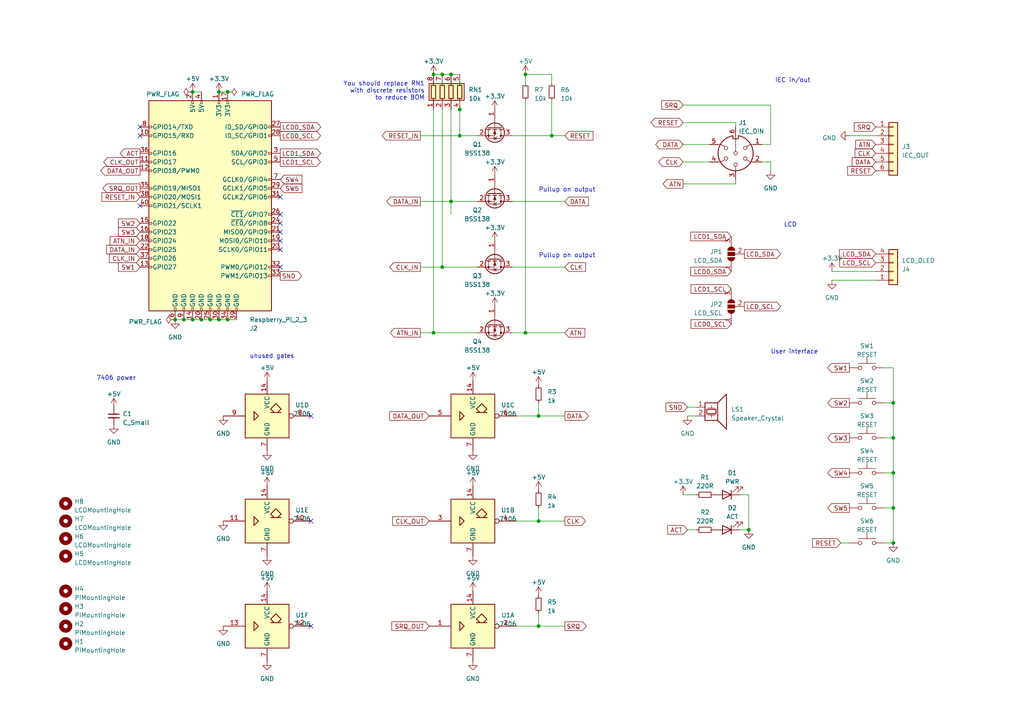
<source format=kicad_sch>
(kicad_sch (version 20230121) (generator eeschema)
  (paper "A4")
  (title_block (title "Pi1541 adapter") (date "2023-02-23") (rev "0.1") (company "FLACO 2023") (comment 1 "Adapted from https://cbm-pi1541.firebaseapp.com/"))
  (lib_symbols
    (symbol "74xx_IEEE:7406"
      (property "Reference" "U" (at 3.81 7.62 0))
      (property "Value" "7406" (at 6.35 -8.89 0))
      (symbol "7406_0_0"
        (polyline (pts (xy -3.81 1.27) (xy -3.81 -1.27) (xy -2.54 0) (xy -3.81 1.27) (xy -3.81 1.27)) (stroke (width 0.254)) (fill (type background)))
        (polyline (pts (xy 3.048 1.016) (xy 4.064 2.032) (xy 2.54 3.556) (xy 1.016 2.032) (xy 2.032 1.016) (xy 1.016 1.016) (xy 4.064 1.016) (xy 4.064 1.016)) (stroke (width 0.254)) (fill (type background)))
      )
      (symbol "7406_0_1"
        (rectangle (start -6.35 6.35) (end 6.35 -6.35) (stroke (width 0.254)) (fill (type background)))
        (pin power_in line (at 0 10.16 270) (length 3.81) (name "VCC") (number "14"))
        (pin power_in line (at 0 -10.16 90) (length 3.81) (name "GND") (number "7"))
      )
      (symbol "7406_1_1"
        (pin input line (at -12.7 0 0) (length 6.35) (name "~") (number "1"))
        (pin open_collector inverted (at 12.7 0 180) (length 6.35) (name "~") (number "2"))
      )
      (symbol "7406_2_1"
        (pin input line (at -12.7 0 0) (length 6.35) (name "~") (number "3"))
        (pin open_collector inverted (at 12.7 0 180) (length 6.35) (name "~") (number "4"))
      )
      (symbol "7406_3_1"
        (pin input line (at -12.7 0 0) (length 6.35) (name "~") (number "5"))
        (pin open_collector inverted (at 12.7 0 180) (length 6.35) (name "~") (number "6"))
      )
      (symbol "7406_4_1"
        (pin open_collector inverted (at 12.7 0 180) (length 6.35) (name "~") (number "8"))
        (pin input line (at -12.7 0 0) (length 6.35) (name "~") (number "9"))
      )
      (symbol "7406_5_1"
        (pin open_collector inverted (at 12.7 0 180) (length 6.35) (name "~") (number "10"))
        (pin input line (at -12.7 0 0) (length 6.35) (name "~") (number "11"))
      )
      (symbol "7406_6_1"
        (pin open_collector inverted (at 12.7 0 180) (length 6.35) (name "~") (number "12"))
        (pin input line (at -12.7 0 0) (length 6.35) (name "~") (number "13"))
      )
    )
    (symbol "Connector:DIN-6" (pin_names (offset 1.016))
      (property "Reference" "J" (at 3.175 5.715 0))
      (property "Value" "DIN-6" (at 4.445 -4.445 0))
      (symbol "DIN-6_0_1"
        (arc (start -5.08 0) (mid -3.8609 -3.3364) (end -0.762 -5.08) (stroke (width 0.254)))
        (circle (center -2.794 -1.524) (radius 0.508))
        (circle (center -2.794 1.524) (radius 0.508))
        (polyline (pts (xy 0 -5.08) (xy 0 -0.508)))
        (polyline (pts (xy 0 5.08) (xy 0 3.81)))
        (polyline (pts (xy -5.08 -2.54) (xy -4.318 -2.54) (xy -3.175 -1.905)))
        (polyline (pts (xy -5.08 2.54) (xy -4.318 2.54) (xy -3.175 1.905)))
        (polyline (pts (xy 5.08 -2.54) (xy 4.318 -2.54) (xy 3.175 -1.905)))
        (polyline (pts (xy 5.08 2.54) (xy 4.318 2.54) (xy 3.175 1.905)))
        (polyline (pts (xy -0.762 -4.953) (xy -0.762 -4.191) (xy 0.762 -4.191) (xy 0.762 -4.953)) (stroke (width 0.254)))
        (circle (center 0 0) (radius 0.508))
        (circle (center 0 3.302) (radius 0.508))
        (arc (start 0.762 -5.08) (mid 3.8685 -3.343) (end 5.08 0) (stroke (width 0.254)))
        (circle (center 2.794 -1.524) (radius 0.508))
        (circle (center 2.794 1.524) (radius 0.508))
        (arc (start 5.08 0) (mid 0 5.0579) (end -5.08 0) (stroke (width 0.254)))
      )
      (symbol "DIN-6_1_1"
        (pin passive line (at -7.62 -2.54 0) (length 2.54) (name "~") (number "1"))
        (pin passive line (at -7.62 2.54 0) (length 2.54) (name "~") (number "2"))
        (pin passive line (at 0 7.62 270) (length 2.54) (name "~") (number "3"))
        (pin passive line (at 7.62 2.54 180) (length 2.54) (name "~") (number "4"))
        (pin passive line (at 7.62 -2.54 180) (length 2.54) (name "~") (number "5"))
        (pin passive line (at 0 -7.62 90) (length 2.54) (name "~") (number "6"))
      )
    )
    (symbol "Connector:Raspberry_Pi_2_3" (pin_names (offset 1.016))
      (property "Reference" "J" (at -17.78 31.75 0))
      (property "Value" "Raspberry_Pi_2_3" (at 10.16 -31.75 0))
      (symbol "Raspberry_Pi_2_3_0_1"
        (rectangle (start -17.78 30.48) (end 17.78 -30.48) (stroke (width 0.254)) (fill (type background)))
      )
      (symbol "Raspberry_Pi_2_3_1_1"
        (rectangle (start -16.891 -17.526) (end -17.78 -18.034))
        (rectangle (start -16.891 -14.986) (end -17.78 -15.494))
        (rectangle (start -16.891 -12.446) (end -17.78 -12.954))
        (rectangle (start -16.891 -9.906) (end -17.78 -10.414))
        (rectangle (start -16.891 -7.366) (end -17.78 -7.874))
        (rectangle (start -16.891 -4.826) (end -17.78 -5.334))
        (rectangle (start -16.891 0.254) (end -17.78 -0.254))
        (rectangle (start -16.891 2.794) (end -17.78 2.286))
        (rectangle (start -16.891 5.334) (end -17.78 4.826))
        (rectangle (start -16.891 10.414) (end -17.78 9.906))
        (rectangle (start -16.891 12.954) (end -17.78 12.446))
        (rectangle (start -16.891 15.494) (end -17.78 14.986))
        (rectangle (start -16.891 20.574) (end -17.78 20.066))
        (rectangle (start -16.891 23.114) (end -17.78 22.606))
        (rectangle (start -10.414 -29.591) (end -9.906 -30.48))
        (rectangle (start -7.874 -29.591) (end -7.366 -30.48))
        (rectangle (start -5.334 -29.591) (end -4.826 -30.48))
        (rectangle (start -5.334 30.48) (end -4.826 29.591))
        (rectangle (start -2.794 -29.591) (end -2.286 -30.48))
        (rectangle (start -2.794 30.48) (end -2.286 29.591))
        (rectangle (start -0.254 -29.591) (end 0.254 -30.48))
        (rectangle (start 2.286 -29.591) (end 2.794 -30.48))
        (rectangle (start 2.286 30.48) (end 2.794 29.591))
        (rectangle (start 4.826 -29.591) (end 5.334 -30.48))
        (rectangle (start 4.826 30.48) (end 5.334 29.591))
        (rectangle (start 7.366 -29.591) (end 7.874 -30.48))
        (rectangle (start 17.78 -20.066) (end 16.891 -20.574))
        (rectangle (start 17.78 -17.526) (end 16.891 -18.034))
        (rectangle (start 17.78 -12.446) (end 16.891 -12.954))
        (rectangle (start 17.78 -9.906) (end 16.891 -10.414))
        (rectangle (start 17.78 -7.366) (end 16.891 -7.874))
        (rectangle (start 17.78 -4.826) (end 16.891 -5.334))
        (rectangle (start 17.78 -2.286) (end 16.891 -2.794))
        (rectangle (start 17.78 2.794) (end 16.891 2.286))
        (rectangle (start 17.78 5.334) (end 16.891 4.826))
        (rectangle (start 17.78 7.874) (end 16.891 7.366))
        (rectangle (start 17.78 12.954) (end 16.891 12.446))
        (rectangle (start 17.78 15.494) (end 16.891 14.986))
        (rectangle (start 17.78 20.574) (end 16.891 20.066))
        (rectangle (start 17.78 23.114) (end 16.891 22.606))
        (pin power_in line (at 2.54 33.02 270) (length 2.54) (name "3V3") (number "1"))
        (pin bidirectional line (at -20.32 20.32 0) (length 2.54) (name "GPIO15/RXD") (number "10"))
        (pin bidirectional line (at -20.32 12.7 0) (length 2.54) (name "GPIO17") (number "11"))
        (pin bidirectional line (at -20.32 10.16 0) (length 2.54) (name "GPIO18/PWM0") (number "12"))
        (pin bidirectional line (at -20.32 -17.78 0) (length 2.54) (name "GPIO27") (number "13"))
        (pin power_in line (at -5.08 -33.02 90) (length 2.54) (name "GND") (number "14"))
        (pin bidirectional line (at -20.32 -5.08 0) (length 2.54) (name "GPIO22") (number "15"))
        (pin bidirectional line (at -20.32 -7.62 0) (length 2.54) (name "GPIO23") (number "16"))
        (pin power_in line (at 5.08 33.02 270) (length 2.54) (name "3V3") (number "17"))
        (pin bidirectional line (at -20.32 -10.16 0) (length 2.54) (name "GPIO24") (number "18"))
        (pin bidirectional line (at 20.32 -10.16 180) (length 2.54) (name "MOSI0/GPIO10") (number "19"))
        (pin power_in line (at -5.08 33.02 270) (length 2.54) (name "5V") (number "2"))
        (pin power_in line (at -2.54 -33.02 90) (length 2.54) (name "GND") (number "20"))
        (pin bidirectional line (at 20.32 -7.62 180) (length 2.54) (name "MISO0/GPIO9") (number "21"))
        (pin bidirectional line (at -20.32 -12.7 0) (length 2.54) (name "GPIO25") (number "22"))
        (pin bidirectional line (at 20.32 -12.7 180) (length 2.54) (name "SCLK0/GPIO11") (number "23"))
        (pin bidirectional line (at 20.32 -5.08 180) (length 2.54) (name "~{CE0}/GPIO8") (number "24"))
        (pin power_in line (at 0 -33.02 90) (length 2.54) (name "GND") (number "25"))
        (pin bidirectional line (at 20.32 -2.54 180) (length 2.54) (name "~{CE1}/GPIO7") (number "26"))
        (pin bidirectional line (at 20.32 22.86 180) (length 2.54) (name "ID_SD/GPIO0") (number "27"))
        (pin bidirectional line (at 20.32 20.32 180) (length 2.54) (name "ID_SC/GPIO1") (number "28"))
        (pin bidirectional line (at 20.32 5.08 180) (length 2.54) (name "GCLK1/GPIO5") (number "29"))
        (pin bidirectional line (at 20.32 15.24 180) (length 2.54) (name "SDA/GPIO2") (number "3"))
        (pin power_in line (at 2.54 -33.02 90) (length 2.54) (name "GND") (number "30"))
        (pin bidirectional line (at 20.32 2.54 180) (length 2.54) (name "GCLK2/GPIO6") (number "31"))
        (pin bidirectional line (at 20.32 -17.78 180) (length 2.54) (name "PWM0/GPIO12") (number "32"))
        (pin bidirectional line (at 20.32 -20.32 180) (length 2.54) (name "PWM1/GPIO13") (number "33"))
        (pin power_in line (at 5.08 -33.02 90) (length 2.54) (name "GND") (number "34"))
        (pin bidirectional line (at -20.32 5.08 0) (length 2.54) (name "GPIO19/MISO1") (number "35"))
        (pin bidirectional line (at -20.32 15.24 0) (length 2.54) (name "GPIO16") (number "36"))
        (pin bidirectional line (at -20.32 -15.24 0) (length 2.54) (name "GPIO26") (number "37"))
        (pin bidirectional line (at -20.32 2.54 0) (length 2.54) (name "GPIO20/MOSI1") (number "38"))
        (pin power_in line (at 7.62 -33.02 90) (length 2.54) (name "GND") (number "39"))
        (pin power_in line (at -2.54 33.02 270) (length 2.54) (name "5V") (number "4"))
        (pin bidirectional line (at -20.32 0 0) (length 2.54) (name "GPIO21/SCLK1") (number "40"))
        (pin bidirectional line (at 20.32 12.7 180) (length 2.54) (name "SCL/GPIO3") (number "5"))
        (pin power_in line (at -10.16 -33.02 90) (length 2.54) (name "GND") (number "6"))
        (pin bidirectional line (at 20.32 7.62 180) (length 2.54) (name "GCLK0/GPIO4") (number "7"))
        (pin bidirectional line (at -20.32 22.86 0) (length 2.54) (name "GPIO14/TXD") (number "8"))
        (pin power_in line (at -7.62 -33.02 90) (length 2.54) (name "GND") (number "9"))
      )
    )
    (symbol "Connector_Generic:Conn_01x04" (pin_names (offset 1.016) hide)
      (property "Reference" "J" (at 0 5.08 0))
      (property "Value" "Conn_01x04" (at 0 -7.62 0))
      (symbol "Conn_01x04_1_1"
        (rectangle (start -1.27 -4.953) (end 0 -5.207) (stroke (width 0.1524)))
        (rectangle (start -1.27 -2.413) (end 0 -2.667) (stroke (width 0.1524)))
        (rectangle (start -1.27 0.127) (end 0 -0.127) (stroke (width 0.1524)))
        (rectangle (start -1.27 2.667) (end 0 2.413) (stroke (width 0.1524)))
        (rectangle (start -1.27 3.81) (end 1.27 -6.35) (stroke (width 0.254)) (fill (type background)))
        (pin passive line (at -5.08 2.54 0) (length 3.81) (name "Pin_1") (number "1"))
        (pin passive line (at -5.08 0 0) (length 3.81) (name "Pin_2") (number "2"))
        (pin passive line (at -5.08 -2.54 0) (length 3.81) (name "Pin_3") (number "3"))
        (pin passive line (at -5.08 -5.08 0) (length 3.81) (name "Pin_4") (number "4"))
      )
    )
    (symbol "Connector_Generic:Conn_01x06" (pin_names (offset 1.016) hide)
      (property "Reference" "J" (at 0 7.62 0))
      (property "Value" "Conn_01x06" (at 0 -10.16 0))
      (symbol "Conn_01x06_1_1"
        (rectangle (start -1.27 -7.493) (end 0 -7.747) (stroke (width 0.1524)))
        (rectangle (start -1.27 -4.953) (end 0 -5.207) (stroke (width 0.1524)))
        (rectangle (start -1.27 -2.413) (end 0 -2.667) (stroke (width 0.1524)))
        (rectangle (start -1.27 0.127) (end 0 -0.127) (stroke (width 0.1524)))
        (rectangle (start -1.27 2.667) (end 0 2.413) (stroke (width 0.1524)))
        (rectangle (start -1.27 5.207) (end 0 4.953) (stroke (width 0.1524)))
        (rectangle (start -1.27 6.35) (end 1.27 -8.89) (stroke (width 0.254)) (fill (type background)))
        (pin passive line (at -5.08 5.08 0) (length 3.81) (name "Pin_1") (number "1"))
        (pin passive line (at -5.08 2.54 0) (length 3.81) (name "Pin_2") (number "2"))
        (pin passive line (at -5.08 0 0) (length 3.81) (name "Pin_3") (number "3"))
        (pin passive line (at -5.08 -2.54 0) (length 3.81) (name "Pin_4") (number "4"))
        (pin passive line (at -5.08 -5.08 0) (length 3.81) (name "Pin_5") (number "5"))
        (pin passive line (at -5.08 -7.62 0) (length 3.81) (name "Pin_6") (number "6"))
      )
    )
    (symbol "Device:C_Small" (pin_numbers hide) (pin_names (offset 0.254) hide)
      (property "Reference" "C" (at 0.254 1.778 0))
      (property "Value" "C_Small" (at 0.254 -2.032 0))
      (symbol "C_Small_0_1"
        (polyline (pts (xy -1.524 -0.508) (xy 1.524 -0.508)) (stroke (width 0.3302)))
        (polyline (pts (xy -1.524 0.508) (xy 1.524 0.508)) (stroke (width 0.3048)))
      )
      (symbol "C_Small_1_1"
        (pin passive line (at 0 2.54 270) (length 2.032) (name "~") (number "1"))
        (pin passive line (at 0 -2.54 90) (length 2.032) (name "~") (number "2"))
      )
    )
    (symbol "Device:LED" (pin_numbers hide) (pin_names (offset 1.016) hide)
      (property "Reference" "D" (at 0 2.54 0))
      (property "Value" "LED" (at 0 -2.54 0))
      (symbol "LED_0_1"
        (polyline (pts (xy -1.27 -1.27) (xy -1.27 1.27)) (stroke (width 0.254)))
        (polyline (pts (xy -1.27 0) (xy 1.27 0)))
        (polyline (pts (xy 1.27 -1.27) (xy 1.27 1.27) (xy -1.27 0) (xy 1.27 -1.27)) (stroke (width 0.254)))
        (polyline (pts (xy -3.048 -0.762) (xy -4.572 -2.286) (xy -3.81 -2.286) (xy -4.572 -2.286) (xy -4.572 -1.524)))
        (polyline (pts (xy -1.778 -0.762) (xy -3.302 -2.286) (xy -2.54 -2.286) (xy -3.302 -2.286) (xy -3.302 -1.524)))
      )
      (symbol "LED_1_1"
        (pin passive line (at -3.81 0 0) (length 2.54) (name "K") (number "1"))
        (pin passive line (at 3.81 0 180) (length 2.54) (name "A") (number "2"))
      )
    )
    (symbol "Device:R_Pack04" (pin_names (offset 0) hide)
      (property "Reference" "RN" (at -7.62 0 90))
      (property "Value" "R_Pack04" (at 5.08 0 90))
      (symbol "R_Pack04_0_1"
        (rectangle (start -6.35 -2.413) (end 3.81 2.413) (stroke (width 0.254)) (fill (type background)))
        (rectangle (start -5.715 1.905) (end -4.445 -1.905) (stroke (width 0.254)))
        (rectangle (start -3.175 1.905) (end -1.905 -1.905) (stroke (width 0.254)))
        (rectangle (start -0.635 1.905) (end 0.635 -1.905) (stroke (width 0.254)))
        (polyline (pts (xy -5.08 -2.54) (xy -5.08 -1.905)))
        (polyline (pts (xy -5.08 1.905) (xy -5.08 2.54)))
        (polyline (pts (xy -2.54 -2.54) (xy -2.54 -1.905)))
        (polyline (pts (xy -2.54 1.905) (xy -2.54 2.54)))
        (polyline (pts (xy 0 -2.54) (xy 0 -1.905)))
        (polyline (pts (xy 0 1.905) (xy 0 2.54)))
        (polyline (pts (xy 2.54 -2.54) (xy 2.54 -1.905)))
        (polyline (pts (xy 2.54 1.905) (xy 2.54 2.54)))
        (rectangle (start 1.905 1.905) (end 3.175 -1.905) (stroke (width 0.254)))
      )
      (symbol "R_Pack04_1_1"
        (pin passive line (at -5.08 -5.08 90) (length 2.54) (name "R1.1") (number "1"))
        (pin passive line (at -2.54 -5.08 90) (length 2.54) (name "R2.1") (number "2"))
        (pin passive line (at 0 -5.08 90) (length 2.54) (name "R3.1") (number "3"))
        (pin passive line (at 2.54 -5.08 90) (length 2.54) (name "R4.1") (number "4"))
        (pin passive line (at 2.54 5.08 270) (length 2.54) (name "R4.2") (number "5"))
        (pin passive line (at 0 5.08 270) (length 2.54) (name "R3.2") (number "6"))
        (pin passive line (at -2.54 5.08 270) (length 2.54) (name "R2.2") (number "7"))
        (pin passive line (at -5.08 5.08 270) (length 2.54) (name "R1.2") (number "8"))
      )
    )
    (symbol "Device:R_Small" (pin_numbers hide) (pin_names (offset 0.254) hide)
      (property "Reference" "R" (at 0.762 0.508 0))
      (property "Value" "R_Small" (at 0.762 -1.016 0))
      (symbol "R_Small_0_1"
        (rectangle (start -0.762 1.778) (end 0.762 -1.778) (stroke (width 0.2032)))
      )
      (symbol "R_Small_1_1"
        (pin passive line (at 0 2.54 270) (length 0.762) (name "~") (number "1"))
        (pin passive line (at 0 -2.54 90) (length 0.762) (name "~") (number "2"))
      )
    )
    (symbol "Device:Speaker_Crystal" (pin_names (offset 0) hide)
      (property "Reference" "LS" (at 0.635 5.715 0))
      (property "Value" "Speaker_Crystal" (at 0.635 3.81 0))
      (symbol "Speaker_Crystal_0_0"
        (rectangle (start -2.54 1.27) (end 1.143 -3.81) (stroke (width 0.254)))
        (rectangle (start -2.032 -0.635) (end 0.635 -1.905) (stroke (width 0.254)))
        (polyline (pts (xy -1.651 -2.286) (xy 0.381 -2.286)))
        (polyline (pts (xy -1.651 -0.254) (xy 0.381 -0.254)))
        (polyline (pts (xy -0.635 -2.286) (xy -0.635 -3.048)))
        (polyline (pts (xy -0.635 -0.254) (xy -0.635 0.508)))
        (polyline (pts (xy 1.143 1.27) (xy 3.683 3.81) (xy 3.683 -6.35) (xy 1.143 -3.81)) (stroke (width 0.254)))
      )
      (symbol "Speaker_Crystal_1_1"
        (pin input line (at -5.08 0 0) (length 2.54) (name "1") (number "1"))
        (pin input line (at -5.08 -2.54 0) (length 2.54) (name "2") (number "2"))
      )
    )
    (symbol "Jumper:SolderJumper_3_Open" (pin_names (offset 0) hide)
      (property "Reference" "JP" (at -2.54 -2.54 0))
      (property "Value" "SolderJumper_3_Open" (at 0 2.794 0))
      (symbol "SolderJumper_3_Open_0_1"
        (arc (start -1.016 1.016) (mid -2.0276 0) (end -1.016 -1.016))
        (arc (start -1.016 1.016) (mid -2.0276 0) (end -1.016 -1.016) (fill (type outline)))
        (rectangle (start -0.508 1.016) (end 0.508 -1.016) (fill (type outline)))
        (polyline (pts (xy -2.54 0) (xy -2.032 0)))
        (polyline (pts (xy -1.016 1.016) (xy -1.016 -1.016)))
        (polyline (pts (xy 0 -1.27) (xy 0 -1.016)))
        (polyline (pts (xy 1.016 1.016) (xy 1.016 -1.016)))
        (polyline (pts (xy 2.54 0) (xy 2.032 0)))
        (arc (start 1.016 -1.016) (mid 2.0276 0) (end 1.016 1.016))
        (arc (start 1.016 -1.016) (mid 2.0276 0) (end 1.016 1.016) (fill (type outline)))
      )
      (symbol "SolderJumper_3_Open_1_1"
        (pin passive line (at -5.08 0 0) (length 2.54) (name "A") (number "1"))
        (pin passive line (at 0 -3.81 90) (length 2.54) (name "C") (number "2"))
        (pin passive line (at 5.08 0 180) (length 2.54) (name "B") (number "3"))
      )
    )
    (symbol "Mechanical:MountingHole" (pin_names (offset 1.016))
      (property "Reference" "H" (at 0 5.08 0))
      (property "Value" "MountingHole" (at 0 3.175 0))
      (symbol "MountingHole_0_1"
        (circle (center 0 0) (radius 1.27) (stroke (width 1.27)))
      )
    )
    (symbol "Switch:SW_Push" (pin_numbers hide) (pin_names (offset 1.016) hide)
      (property "Reference" "SW" (at 1.27 2.54 0))
      (property "Value" "SW_Push" (at 0 -1.524 0))
      (symbol "SW_Push_0_1"
        (circle (center -2.032 0) (radius 0.508))
        (polyline (pts (xy 0 1.27) (xy 0 3.048)))
        (polyline (pts (xy 2.54 1.27) (xy -2.54 1.27)))
        (circle (center 2.032 0) (radius 0.508))
        (pin passive line (at -5.08 0 0) (length 2.54) (name "1") (number "1"))
        (pin passive line (at 5.08 0 180) (length 2.54) (name "2") (number "2"))
      )
    )
    (symbol "Transistor_FET:BSS138" (pin_names hide)
      (property "Reference" "Q" (at 5.08 1.905 0))
      (property "Value" "BSS138" (at 5.08 0 0))
      (symbol "BSS138_0_1"
        (polyline (pts (xy 0.254 0) (xy -2.54 0)))
        (polyline (pts (xy 0.254 1.905) (xy 0.254 -1.905)) (stroke (width 0.254)))
        (polyline (pts (xy 0.762 -1.27) (xy 0.762 -2.286)) (stroke (width 0.254)))
        (polyline (pts (xy 0.762 0.508) (xy 0.762 -0.508)) (stroke (width 0.254)))
        (polyline (pts (xy 0.762 2.286) (xy 0.762 1.27)) (stroke (width 0.254)))
        (polyline (pts (xy 2.54 2.54) (xy 2.54 1.778)))
        (polyline (pts (xy 2.54 -2.54) (xy 2.54 0) (xy 0.762 0)))
        (polyline (pts (xy 0.762 -1.778) (xy 3.302 -1.778) (xy 3.302 1.778) (xy 0.762 1.778)))
        (polyline (pts (xy 1.016 0) (xy 2.032 0.381) (xy 2.032 -0.381) (xy 1.016 0)) (fill (type outline)))
        (polyline (pts (xy 2.794 0.508) (xy 2.921 0.381) (xy 3.683 0.381) (xy 3.81 0.254)))
        (polyline (pts (xy 3.302 0.381) (xy 2.921 -0.254) (xy 3.683 -0.254) (xy 3.302 0.381)))
        (circle (center 1.651 0) (radius 2.794) (stroke (width 0.254)))
        (circle (center 2.54 -1.778) (radius 0.254) (fill (type outline)))
        (circle (center 2.54 1.778) (radius 0.254) (fill (type outline)))
      )
      (symbol "BSS138_1_1"
        (pin input line (at -5.08 0 0) (length 2.54) (name "G") (number "1"))
        (pin passive line (at 2.54 -5.08 90) (length 2.54) (name "S") (number "2"))
        (pin passive line (at 2.54 5.08 270) (length 2.54) (name "D") (number "3"))
      )
    )
    (symbol "power:+3.3V" (power) (pin_names (offset 0))
      (property "Value" "+3.3V" (at 0 3.556 0))
      (symbol "+3.3V_0_1"
        (polyline (pts (xy -0.762 1.27) (xy 0 2.54)))
        (polyline (pts (xy 0 0) (xy 0 2.54)))
        (polyline (pts (xy 0 2.54) (xy 0.762 1.27)))
      )
      (symbol "+3.3V_1_1"
        (pin power_in line (at 0 0 90) (length 0) hide (name "+3.3V") (number "1"))
      )
    )
    (symbol "power:+5V" (power) (pin_names (offset 0))
      (property "Value" "+5V" (at 0 3.556 0))
      (symbol "+5V_0_1"
        (polyline (pts (xy -0.762 1.27) (xy 0 2.54)))
        (polyline (pts (xy 0 0) (xy 0 2.54)))
        (polyline (pts (xy 0 2.54) (xy 0.762 1.27)))
      )
      (symbol "+5V_1_1"
        (pin power_in line (at 0 0 90) (length 0) hide (name "+5V") (number "1"))
      )
    )
    (symbol "power:GND" (power) (pin_names (offset 0))
      (property "Value" "GND" (at 0 -3.81 0))
      (symbol "GND_0_1"
        (polyline (pts (xy 0 0) (xy 0 -1.27) (xy 1.27 -1.27) (xy 0 -2.54) (xy -1.27 -1.27) (xy 0 -1.27)))
      )
      (symbol "GND_1_1"
        (pin power_in line (at 0 0 270) (length 0) hide (name "GND") (number "1"))
      )
    )
    (symbol "power:PWR_FLAG" (power) (pin_numbers hide) (pin_names (offset 0) hide)
      (property "Value" "PWR_FLAG" (at 0 3.81 0))
      (symbol "PWR_FLAG_0_0"
        (pin power_out line (at 0 0 90) (length 0) (name "pwr") (number "1"))
      )
      (symbol "PWR_FLAG_0_1"
        (polyline (pts (xy 0 0) (xy 0 1.27) (xy -1.016 1.905) (xy 0 2.54) (xy 1.016 1.905) (xy 0 1.27)))
      )
    )
  )
  (junction (at 58.42 92.71))
  (junction (at 259.08 116.84))
  (junction (at 50.8 92.71))
  (junction (at 128.27 21.59))
  (junction (at 66.04 26.67))
  (junction (at 133.35 39.37))
  (junction (at 130.81 58.42))
  (junction (at 63.5 92.71))
  (junction (at 60.96 92.71))
  (junction (at 133.35 31.75))
  (junction (at 156.21 151.13))
  (junction (at 66.04 92.71))
  (junction (at 259.08 137.16))
  (junction (at 63.5 26.67))
  (junction (at 152.4 21.59))
  (junction (at 259.08 127))
  (junction (at 259.08 157.48))
  (junction (at 160.02 39.37))
  (junction (at 217.17 153.67))
  (junction (at 156.21 181.61))
  (junction (at 152.4 96.52))
  (junction (at 53.34 92.71))
  (junction (at 55.88 92.71))
  (junction (at 125.73 96.52))
  (junction (at 128.27 77.47))
  (junction (at 125.73 21.59))
  (junction (at 130.81 21.59))
  (junction (at 156.21 120.65))
  (junction (at 55.88 26.67))
  (junction (at 259.08 147.32))
  (no_connect (at 81.28 57.15))
  (no_connect (at 81.28 72.39))
  (no_connect (at 81.28 69.85))
  (no_connect (at 81.28 64.77))
  (no_connect (at 90.17 181.61))
  (no_connect (at 90.17 151.13))
  (no_connect (at 40.64 39.37))
  (no_connect (at 81.28 62.23))
  (no_connect (at 90.17 120.65))
  (no_connect (at 40.64 36.83))
  (no_connect (at 81.28 67.31))
  (no_connect (at 81.28 77.47))
  (no_connect (at 40.64 59.69))
  (wire (pts (xy 152.4 29.21) (xy 152.4 96.52)))
  (wire (pts (xy 55.88 26.67) (xy 58.42 26.67)))
  (wire (pts (xy 128.27 21.59) (xy 130.81 21.59)))
  (wire (pts (xy 160.02 39.37) (xy 163.83 39.37)))
  (wire (pts (xy 148.59 39.37) (xy 160.02 39.37)))
  (wire (pts (xy 50.8 92.71) (xy 53.34 92.71)))
  (wire (pts (xy 160.02 29.21) (xy 160.02 39.37)))
  (wire (pts (xy 133.35 30.48) (xy 133.35 31.75)))
  (wire (pts (xy 214.63 153.67) (xy 217.17 153.67)))
  (wire (pts (xy 121.92 39.37) (xy 133.35 39.37)))
  (wire (pts (xy 214.63 143.51) (xy 217.17 143.51)))
  (wire (pts (xy 130.81 58.42) (xy 130.81 62.23)))
  (wire (pts (xy 256.54 106.68) (xy 259.08 106.68)))
  (wire (pts (xy 133.35 31.75) (xy 133.35 39.37)))
  (wire (pts (xy 220.98 46.99) (xy 223.52 46.99)))
  (wire (pts (xy 241.3 78.74) (xy 254 78.74)))
  (wire (pts (xy 121.92 96.52) (xy 125.73 96.52)))
  (wire (pts (xy 130.81 21.59) (xy 133.35 21.59)))
  (wire (pts (xy 152.4 21.59) (xy 160.02 21.59)))
  (wire (pts (xy 156.21 120.65) (xy 163.83 120.65)))
  (wire (pts (xy 138.43 77.47) (xy 128.27 77.47)))
  (wire (pts (xy 156.21 147.32) (xy 156.21 151.13)))
  (wire (pts (xy 213.36 53.34) (xy 213.36 52.07)))
  (wire (pts (xy 256.54 147.32) (xy 259.08 147.32)))
  (wire (pts (xy 256.54 137.16) (xy 259.08 137.16)))
  (wire (pts (xy 223.52 41.91) (xy 223.52 30.48)))
  (wire (pts (xy 148.59 77.47) (xy 163.83 77.47)))
  (wire (pts (xy 241.3 81.28) (xy 254 81.28)))
  (wire (pts (xy 121.92 58.42) (xy 130.81 58.42)))
  (wire (pts (xy 198.12 41.91) (xy 205.74 41.91)))
  (wire (pts (xy 199.39 153.67) (xy 201.93 153.67)))
  (wire (pts (xy 156.21 181.61) (xy 163.83 181.61)))
  (wire (pts (xy 130.81 31.75) (xy 130.81 58.42)))
  (wire (pts (xy 128.27 77.47) (xy 121.92 77.47)))
  (wire (pts (xy 246.38 39.37) (xy 254 39.37)))
  (wire (pts (xy 259.08 106.68) (xy 259.08 116.84)))
  (wire (pts (xy 152.4 96.52) (xy 163.83 96.52)))
  (wire (pts (xy 199.39 120.65) (xy 201.93 120.65)))
  (wire (pts (xy 213.36 36.83) (xy 213.36 35.56)))
  (wire (pts (xy 220.98 41.91) (xy 223.52 41.91)))
  (wire (pts (xy 55.88 92.71) (xy 58.42 92.71)))
  (wire (pts (xy 53.34 92.71) (xy 55.88 92.71)))
  (wire (pts (xy 128.27 31.75) (xy 128.27 77.47)))
  (wire (pts (xy 149.86 151.13) (xy 156.21 151.13)))
  (wire (pts (xy 213.36 35.56) (xy 198.12 35.56)))
  (wire (pts (xy 152.4 21.59) (xy 152.4 24.13)))
  (wire (pts (xy 256.54 127) (xy 259.08 127)))
  (wire (pts (xy 259.08 137.16) (xy 259.08 147.32)))
  (wire (pts (xy 149.86 120.65) (xy 156.21 120.65)))
  (wire (pts (xy 259.08 147.32) (xy 259.08 157.48)))
  (wire (pts (xy 259.08 127) (xy 259.08 137.16)))
  (wire (pts (xy 58.42 92.71) (xy 60.96 92.71)))
  (wire (pts (xy 256.54 116.84) (xy 259.08 116.84)))
  (wire (pts (xy 148.59 58.42) (xy 163.83 58.42)))
  (wire (pts (xy 125.73 31.75) (xy 125.73 96.52)))
  (wire (pts (xy 199.39 118.11) (xy 201.93 118.11)))
  (wire (pts (xy 125.73 21.59) (xy 128.27 21.59)))
  (wire (pts (xy 66.04 92.71) (xy 68.58 92.71)))
  (wire (pts (xy 63.5 26.67) (xy 66.04 26.67)))
  (wire (pts (xy 133.35 39.37) (xy 138.43 39.37)))
  (wire (pts (xy 160.02 21.59) (xy 160.02 24.13)))
  (wire (pts (xy 148.59 96.52) (xy 152.4 96.52)))
  (wire (pts (xy 223.52 46.99) (xy 223.52 49.53)))
  (wire (pts (xy 149.86 181.61) (xy 156.21 181.61)))
  (wire (pts (xy 156.21 151.13) (xy 163.83 151.13)))
  (wire (pts (xy 198.12 53.34) (xy 213.36 53.34)))
  (wire (pts (xy 256.54 157.48) (xy 259.08 157.48)))
  (wire (pts (xy 243.84 157.48) (xy 246.38 157.48)))
  (wire (pts (xy 130.81 58.42) (xy 138.43 58.42)))
  (wire (pts (xy 125.73 96.52) (xy 138.43 96.52)))
  (wire (pts (xy 223.52 30.48) (xy 198.12 30.48)))
  (wire (pts (xy 217.17 143.51) (xy 217.17 153.67)))
  (wire (pts (xy 63.5 92.71) (xy 66.04 92.71)))
  (wire (pts (xy 198.12 143.51) (xy 201.93 143.51)))
  (wire (pts (xy 156.21 116.84) (xy 156.21 120.65)))
  (wire (pts (xy 60.96 92.71) (xy 63.5 92.71)))
  (wire (pts (xy 156.21 177.8) (xy 156.21 181.61)))
  (wire (pts (xy 198.12 46.99) (xy 205.74 46.99)))
  (wire (pts (xy 259.08 116.84) (xy 259.08 127)))
  (text "unused gates" (at 72.39 104.14 0) (effects (font (size 1.27 1.27)) (justify left bottom)))
  (text "User interface" (at 223.52 102.87 0) (effects (font (size 1.27 1.27)) (justify left bottom)))
  (text "LCD" (at 227.33 66.04 0) (effects (font (size 1.27 1.27)) (justify left bottom)))
  (text "You should replace RN1\nwith discrete resistors\nto reduce BOM" (at 123.19 29.21 0) (effects (font (size 1.27 1.27)) (justify right bottom)))
  (text "Pullup on output" (at 156.21 55.88 0) (effects (font (size 1.27 1.27)) (justify left bottom)))
  (text "IEC in/out" (at 224.79 24.13 0) (effects (font (size 1.27 1.27)) (justify left bottom)))
  (text "7406 power" (at 27.94 110.49 0) (effects (font (size 1.27 1.27)) (justify left bottom)))
  (text "Pullup on output" (at 156.21 74.93 0) (effects (font (size 1.27 1.27)) (justify left bottom)))
  (global_label "LCD_SDA" (shape input) (at 254 73.66 180) (property "Intersheetrefs" "${INTERSHEET_REFS}" (effects hide)))
  (global_label "LCD1_SCL" (shape output) (at 81.28 46.99 0) (property "Intersheetrefs" "${INTERSHEET_REFS}" (effects hide)))
  (global_label "ATN" (shape output) (at 198.12 53.34 180) (property "Intersheetrefs" "${INTERSHEET_REFS}" (effects hide)))
  (global_label "RESET" (shape input) (at 243.84 157.48 180) (property "Intersheetrefs" "${INTERSHEET_REFS}" (effects hide)))
  (global_label "LCD0_SDA" (shape output) (at 81.28 36.83 0) (property "Intersheetrefs" "${INTERSHEET_REFS}" (effects hide)))
  (global_label "RESET" (shape bidirectional) (at 198.12 35.56 180) (property "Intersheetrefs" "${INTERSHEET_REFS}" (effects hide)))
  (global_label "CLK_IN" (shape input) (at 40.64 74.93 180) (property "Intersheetrefs" "${INTERSHEET_REFS}" (effects hide)))
  (global_label "ATN_IN" (shape output) (at 121.92 96.52 180) (property "Intersheetrefs" "${INTERSHEET_REFS}" (effects hide)))
  (global_label "DATA" (shape output) (at 163.83 120.65 0) (property "Intersheetrefs" "${INTERSHEET_REFS}" (effects hide)))
  (global_label "CLK" (shape input) (at 254 44.45 180) (property "Intersheetrefs" "${INTERSHEET_REFS}" (effects hide)))
  (global_label "RESET" (shape input) (at 254 49.53 180) (property "Intersheetrefs" "${INTERSHEET_REFS}" (effects hide)))
  (global_label "SW3" (shape input) (at 40.64 67.31 180) (property "Intersheetrefs" "${INTERSHEET_REFS}" (effects hide)))
  (global_label "SRQ" (shape output) (at 163.83 181.61 0) (property "Intersheetrefs" "${INTERSHEET_REFS}" (effects hide)))
  (global_label "LCD_SCL" (shape output) (at 215.9 88.9 0) (property "Intersheetrefs" "${INTERSHEET_REFS}" (effects hide)))
  (global_label "DATA_IN" (shape output) (at 121.92 58.42 180) (property "Intersheetrefs" "${INTERSHEET_REFS}" (effects hide)))
  (global_label "SW3" (shape output) (at 246.38 127 180) (property "Intersheetrefs" "${INTERSHEET_REFS}" (effects hide)))
  (global_label "SND" (shape input) (at 199.39 118.11 180) (property "Intersheetrefs" "${INTERSHEET_REFS}" (effects hide)))
  (global_label "LCD1_SDA" (shape input) (at 212.09 68.58 180) (property "Intersheetrefs" "${INTERSHEET_REFS}" (effects hide)))
  (global_label "DATA" (shape input) (at 254 46.99 180) (property "Intersheetrefs" "${INTERSHEET_REFS}" (effects hide)))
  (global_label "CLK" (shape input) (at 163.83 77.47 0) (property "Intersheetrefs" "${INTERSHEET_REFS}" (effects hide)))
  (global_label "RESET" (shape input) (at 163.83 39.37 0) (property "Intersheetrefs" "${INTERSHEET_REFS}" (effects hide)))
  (global_label "DATA_OUT" (shape output) (at 40.64 49.53 180) (property "Intersheetrefs" "${INTERSHEET_REFS}" (effects hide)))
  (global_label "ATN" (shape input) (at 254 41.91 180) (property "Intersheetrefs" "${INTERSHEET_REFS}" (effects hide)))
  (global_label "DATA" (shape input) (at 163.83 58.42 0) (property "Intersheetrefs" "${INTERSHEET_REFS}" (effects hide)))
  (global_label "LCD0_SCL" (shape input) (at 212.09 93.98 180) (property "Intersheetrefs" "${INTERSHEET_REFS}" (effects hide)))
  (global_label "CLK" (shape output) (at 163.83 151.13 0) (property "Intersheetrefs" "${INTERSHEET_REFS}" (effects hide)))
  (global_label "LCD_SCL" (shape input) (at 254 76.2 180) (property "Intersheetrefs" "${INTERSHEET_REFS}" (effects hide)))
  (global_label "SW5" (shape input) (at 81.28 54.61 0) (property "Intersheetrefs" "${INTERSHEET_REFS}" (effects hide)))
  (global_label "SRQ_OUT" (shape input) (at 124.46 181.61 180) (property "Intersheetrefs" "${INTERSHEET_REFS}" (effects hide)))
  (global_label "SRQ" (shape input) (at 254 36.83 180) (property "Intersheetrefs" "${INTERSHEET_REFS}" (effects hide)))
  (global_label "SRQ" (shape input) (at 198.12 30.48 180) (property "Intersheetrefs" "${INTERSHEET_REFS}" (effects hide)))
  (global_label "SND" (shape output) (at 81.28 80.01 0) (property "Intersheetrefs" "${INTERSHEET_REFS}" (effects hide)))
  (global_label "CLK" (shape bidirectional) (at 198.12 46.99 180) (property "Intersheetrefs" "${INTERSHEET_REFS}" (effects hide)))
  (global_label "SRQ_OUT" (shape output) (at 40.64 54.61 180) (property "Intersheetrefs" "${INTERSHEET_REFS}" (effects hide)))
  (global_label "LCD1_SDA" (shape output) (at 81.28 44.45 0) (property "Intersheetrefs" "${INTERSHEET_REFS}" (effects hide)))
  (global_label "CLK_OUT" (shape input) (at 124.46 151.13 180) (property "Intersheetrefs" "${INTERSHEET_REFS}" (effects hide)))
  (global_label "ATN" (shape input) (at 163.83 96.52 0) (property "Intersheetrefs" "${INTERSHEET_REFS}" (effects hide)))
  (global_label "LCD0_SCL" (shape output) (at 81.28 39.37 0) (property "Intersheetrefs" "${INTERSHEET_REFS}" (effects hide)))
  (global_label "CLK_OUT" (shape output) (at 40.64 46.99 180) (property "Intersheetrefs" "${INTERSHEET_REFS}" (effects hide)))
  (global_label "LCD_SDA" (shape output) (at 215.9 73.66 0) (property "Intersheetrefs" "${INTERSHEET_REFS}" (effects hide)))
  (global_label "DATA_IN" (shape input) (at 40.64 72.39 180) (property "Intersheetrefs" "${INTERSHEET_REFS}" (effects hide)))
  (global_label "ACT" (shape output) (at 40.64 44.45 180) (property "Intersheetrefs" "${INTERSHEET_REFS}" (effects hide)))
  (global_label "LCD0_SDA" (shape input) (at 212.09 78.74 180) (property "Intersheetrefs" "${INTERSHEET_REFS}" (effects hide)))
  (global_label "RESET_IN" (shape output) (at 121.92 39.37 180) (property "Intersheetrefs" "${INTERSHEET_REFS}" (effects hide)))
  (global_label "SW4" (shape output) (at 246.38 137.16 180) (property "Intersheetrefs" "${INTERSHEET_REFS}" (effects hide)))
  (global_label "LCD1_SCL" (shape input) (at 212.09 83.82 180) (property "Intersheetrefs" "${INTERSHEET_REFS}" (effects hide)))
  (global_label "ACT" (shape input) (at 199.39 153.67 180) (property "Intersheetrefs" "${INTERSHEET_REFS}" (effects hide)))
  (global_label "SW2" (shape output) (at 246.38 116.84 180) (property "Intersheetrefs" "${INTERSHEET_REFS}" (effects hide)))
  (global_label "DATA_OUT" (shape input) (at 124.46 120.65 180) (property "Intersheetrefs" "${INTERSHEET_REFS}" (effects hide)))
  (global_label "RESET_IN" (shape input) (at 40.64 57.15 180) (property "Intersheetrefs" "${INTERSHEET_REFS}" (effects hide)))
  (global_label "ATN_IN" (shape input) (at 40.64 69.85 180) (property "Intersheetrefs" "${INTERSHEET_REFS}" (effects hide)))
  (global_label "SW2" (shape input) (at 40.64 64.77 180) (property "Intersheetrefs" "${INTERSHEET_REFS}" (effects hide)))
  (global_label "SW1" (shape output) (at 246.38 106.68 180) (property "Intersheetrefs" "${INTERSHEET_REFS}" (effects hide)))
  (global_label "DATA" (shape bidirectional) (at 198.12 41.91 180) (property "Intersheetrefs" "${INTERSHEET_REFS}" (effects hide)))
  (global_label "SW5" (shape output) (at 246.38 147.32 180) (property "Intersheetrefs" "${INTERSHEET_REFS}" (effects hide)))
  (global_label "SW4" (shape input) (at 81.28 52.07 0) (property "Intersheetrefs" "${INTERSHEET_REFS}" (effects hide)))
  (global_label "CLK_IN" (shape output) (at 121.92 77.47 180) (property "Intersheetrefs" "${INTERSHEET_REFS}" (effects hide)))
  (global_label "SW1" (shape input) (at 40.64 77.47 180) (property "Intersheetrefs" "${INTERSHEET_REFS}" (effects hide)))
  (symbol (lib_id "power:GND") (at 77.47 191.77 0) (unit 1)
    (property "Reference" "#PWR036" (effects hide))
    (property "Value" "GND" (at 77.47 196.85 0))
  )
  (symbol (lib_id "power:GND") (at 64.77 181.61 0) (unit 1)
    (property "Reference" "#PWR038" (effects hide))
    (property "Value" "GND" (at 64.77 186.69 0))
  )
  (symbol (lib_id "power:PWR_FLAG") (at 66.04 26.67 270) (unit 1)
    (property "Reference" "#FLG03" (effects hide))
    (property "Value" "PWR_FLAG" (at 69.85 27.305 90) (effects (justify left)))
  )
  (symbol (lib_id "power:GND") (at 241.3 81.28 0) (unit 1)
    (property "Reference" "#PWR011" (effects hide))
    (property "Value" "GND" (at 241.3 86.36 0))
  )
  (symbol (lib_id "power:+5V") (at 77.47 171.45 0) (unit 1)
    (property "Reference" "#PWR037" (effects hide))
    (property "Value" "+5V" (at 77.47 167.64 0))
  )
  (symbol (lib_id "power:+3.3V") (at 63.5 26.67 0) (unit 1)
    (property "Reference" "#PWR01" (effects hide))
    (property "Value" "+3.3V" (at 63.5 22.86 0))
  )
  (symbol (lib_id "power:GND") (at 217.17 153.67 0) (unit 1)
    (property "Reference" "#PWR08" (effects hide))
    (property "Value" "GND" (at 217.17 158.75 0))
  )
  (symbol (lib_id "Connector:DIN-6") (at 213.36 44.45 180) (unit 1)
    (property "Reference" "J1" (at 214.2489 35.56 0) (effects (justify right)))
    (property "Value" "IEC_DIN" (at 214.2489 38.1 0) (effects (justify right)))
    (property "Footprint" "Sassa:DIN-6-Variable" (effects hide))
    (property "Datasheet" "http://www.mouser.com/ds/2/18/40_c091_abd_e-75918.pdf" (effects hide))
  )
  (symbol (lib_id "power:+3.3V") (at 143.51 88.9 0) (unit 1)
    (property "Reference" "#PWR015" (effects hide))
    (property "Value" "+3.3V" (at 143.51 85.09 0))
  )
  (symbol (lib_id "Device:LED") (at 210.82 153.67 180) (unit 1)
    (property "Reference" "D2" (at 212.4075 147.32 0))
    (property "Value" "ACT" (at 212.4075 149.86 0))
    (property "Footprint" "Diode_SMD:D_0805_2012Metric" (effects hide))
  )
  (symbol (lib_id "Jumper:SolderJumper_3_Open") (at 212.09 73.66 90) (unit 1)
    (property "Reference" "JP1" (at 209.55 73.025 90) (effects (justify left)))
    (property "Value" "LCD_SDA" (at 209.55 75.565 90) (effects (justify left)))
    (property "Footprint" "Jumper:SolderJumper-3_P1.3mm_Open_RoundedPad1.0x1.5mm_NumberLabels" (effects hide))
  )
  (symbol (lib_id "Jumper:SolderJumper_3_Open") (at 212.09 88.9 90) (unit 1)
    (property "Reference" "JP2" (at 209.55 88.265 90) (effects (justify left)))
    (property "Value" "LCD_SCL" (at 209.55 90.805 90) (effects (justify left)))
    (property "Footprint" "Jumper:SolderJumper-3_P1.3mm_Open_RoundedPad1.0x1.5mm_NumberLabels" (effects hide))
  )
  (symbol (lib_id "74xx_IEEE:7406") (at 137.16 181.61 0) (unit 1)
    (property "Reference" "U1" (at 147.32 178.4351 0))
    (property "Value" "7406" (at 147.32 180.9751 0))
    (property "Footprint" "Package_SO:SO-14_5.3x10.2mm_P1.27mm" (effects hide))
  )
  (symbol (lib_id "power:+5V") (at 33.02 118.11 0) (unit 1)
    (property "Reference" "#PWR026" (effects hide))
    (property "Value" "+5V" (at 33.02 114.3 0))
  )
  (symbol (lib_id "power:+3.3V") (at 143.51 50.8 0) (unit 1)
    (property "Reference" "#PWR013" (effects hide))
    (property "Value" "+3.3V" (at 143.51 46.99 0))
  )
  (symbol (lib_id "Device:R_Small") (at 160.02 26.67 0) (unit 1)
    (property "Reference" "R6" (at 162.56 26.035 0) (effects (justify left)))
    (property "Value" "10k" (at 162.56 28.575 0) (effects (justify left)))
    (property "Footprint" "Resistor_SMD:R_0805_2012Metric" (effects hide))
  )
  (symbol (lib_id "power:GND") (at 137.16 191.77 0) (unit 1)
    (property "Reference" "#PWR033" (effects hide))
    (property "Value" "GND" (at 137.16 196.85 0))
  )
  (symbol (lib_id "74xx_IEEE:7406") (at 137.16 151.13 0) (unit 2)
    (property "Reference" "U1" (at 147.32 147.9551 0))
    (property "Value" "7406" (at 147.32 150.4951 0))
    (property "Footprint" "Package_SO:SO-14_5.3x10.2mm_P1.27mm" (effects hide))
  )
  (symbol (lib_id "power:GND") (at 50.8 92.71 0) (unit 1)
    (property "Reference" "#PWR03" (effects hide))
    (property "Value" "GND" (at 50.8 97.79 0))
  )
  (symbol (lib_id "Mechanical:MountingHole") (at 19.05 176.53 0) (unit 1)
    (property "Reference" "H3" (at 21.59 175.895 0) (effects (justify left)))
    (property "Value" "PiMountingHole" (at 21.59 178.435 0) (effects (justify left)))
    (property "Footprint" "MountingHole:MountingHole_2.5mm" (effects hide))
  )
  (symbol (lib_id "power:+3.3V") (at 143.51 31.75 0) (unit 1)
    (property "Reference" "#PWR012" (effects hide))
    (property "Value" "+3.3V" (at 143.51 27.94 0))
  )
  (symbol (lib_id "power:PWR_FLAG") (at 50.8 92.71 90) (unit 1)
    (property "Reference" "#FLG02" (effects hide))
    (property "Value" "PWR_FLAG" (at 46.99 93.345 90) (effects (justify left)))
  )
  (symbol (lib_id "power:+3.3V") (at 198.12 143.51 0) (unit 1)
    (property "Reference" "#PWR07" (effects hide))
    (property "Value" "+3.3V" (at 198.12 139.7 0))
  )
  (symbol (lib_id "74xx_IEEE:7406") (at 77.47 181.61 0) (unit 6)
    (property "Reference" "U1" (at 87.63 178.4351 0))
    (property "Value" "7406" (at 87.63 180.9751 0))
    (property "Footprint" "Package_SO:SO-14_5.3x10.2mm_P1.27mm" (effects hide))
  )
  (symbol (lib_id "Switch:SW_Push") (at 251.46 147.32 0) (unit 1)
    (property "Reference" "SW5" (at 251.46 140.97 0))
    (property "Value" "RESET" (at 251.46 143.51 0))
    (property "Footprint" "Button_Switch_THT:SW_Tactile_SPST_Angled_PTS645Vx83-2LFS" (effects hide))
  )
  (symbol (lib_id "Device:C_Small") (at 33.02 120.65 0) (unit 1)
    (property "Reference" "C1" (at 35.56 120.0213 0) (effects (justify left)))
    (property "Value" "C_Small" (at 35.56 122.5613 0) (effects (justify left)))
    (property "Footprint" "Capacitor_SMD:C_0805_2012Metric" (effects hide))
  )
  (symbol (lib_id "power:+5V") (at 156.21 111.76 0) (unit 1)
    (property "Reference" "#PWR019" (effects hide))
    (property "Value" "+5V" (at 156.21 107.95 0))
  )
  (symbol (lib_id "power:GND") (at 223.52 49.53 0) (unit 1)
    (property "Reference" "#PWR04" (effects hide))
    (property "Value" "GND" (at 223.52 54.61 0))
  )
  (symbol (lib_id "power:+3.3V") (at 241.3 78.74 0) (unit 1)
    (property "Reference" "#PWR010" (effects hide))
    (property "Value" "+3.3V" (at 241.3 74.93 0))
  )
  (symbol (lib_id "power:+3.3V") (at 143.51 69.85 0) (unit 1)
    (property "Reference" "#PWR014" (effects hide))
    (property "Value" "+3.3V" (at 143.51 66.04 0))
  )
  (symbol (lib_id "power:+5V") (at 137.16 171.45 0) (unit 1)
    (property "Reference" "#PWR029" (effects hide))
    (property "Value" "+5V" (at 137.16 167.64 0))
  )
  (symbol (lib_id "Switch:SW_Push") (at 251.46 127 0) (unit 1)
    (property "Reference" "SW3" (at 251.46 120.65 0))
    (property "Value" "RESET" (at 251.46 123.19 0))
    (property "Footprint" "Button_Switch_THT:SW_Tactile_SPST_Angled_PTS645Vx83-2LFS" (effects hide))
  )
  (symbol (lib_id "74xx_IEEE:7406") (at 77.47 120.65 0) (unit 4)
    (property "Reference" "U1" (at 87.63 117.4751 0))
    (property "Value" "7406" (at 87.63 120.0151 0))
    (property "Footprint" "Package_SO:SO-14_5.3x10.2mm_P1.27mm" (effects hide))
  )
  (symbol (lib_id "Device:R_Small") (at 156.21 175.26 0) (unit 1)
    (property "Reference" "R5" (at 158.75 174.625 0) (effects (justify left)))
    (property "Value" "1k" (at 158.75 177.165 0) (effects (justify left)))
    (property "Footprint" "Resistor_SMD:R_0805_2012Metric" (effects hide))
  )
  (symbol (lib_id "74xx_IEEE:7406") (at 137.16 120.65 0) (unit 3)
    (property "Reference" "U1" (at 147.32 117.4751 0))
    (property "Value" "7406" (at 147.32 120.0151 0))
    (property "Footprint" "Package_SO:SO-14_5.3x10.2mm_P1.27mm" (effects hide))
  )
  (symbol (lib_id "power:GND") (at 259.08 157.48 0) (unit 1)
    (property "Reference" "#PWR06" (effects hide))
    (property "Value" "GND" (at 259.08 162.56 0))
  )
  (symbol (lib_id "Mechanical:MountingHole") (at 19.05 161.29 0) (unit 1)
    (property "Reference" "H5" (at 21.59 160.655 0) (effects (justify left)))
    (property "Value" "LCDMountingHole" (at 21.59 163.195 0) (effects (justify left)))
    (property "Footprint" "MountingHole:MountingHole_2.5mm" (effects hide))
  )
  (symbol (lib_id "power:+5V") (at 55.88 26.67 0) (unit 1)
    (property "Reference" "#PWR02" (effects hide))
    (property "Value" "+5V" (at 55.88 22.86 0))
  )
  (symbol (lib_id "Transistor_FET:BSS138") (at 143.51 74.93 270) (unit 1)
    (property "Reference" "Q3" (at 138.43 80.01 90))
    (property "Value" "BSS138" (at 138.43 82.55 90))
    (property "Footprint" "Package_TO_SOT_SMD:SOT-23" (effects hide))
    (property "Datasheet" "https://www.onsemi.com/pub/Collateral/BSS138-D.PDF" (effects hide))
  )
  (symbol (lib_id "Mechanical:MountingHole") (at 19.05 151.13 0) (unit 1)
    (property "Reference" "H7" (at 21.59 150.495 0) (effects (justify left)))
    (property "Value" "LCDMountingHole" (at 21.59 153.035 0) (effects (justify left)))
    (property "Footprint" "MountingHole:MountingHole_2.5mm" (effects hide))
  )
  (symbol (lib_id "power:GND") (at 64.77 151.13 0) (unit 1)
    (property "Reference" "#PWR024" (effects hide))
    (property "Value" "GND" (at 64.77 156.21 0))
  )
  (symbol (lib_id "Switch:SW_Push") (at 251.46 116.84 0) (unit 1)
    (property "Reference" "SW2" (at 251.46 110.49 0))
    (property "Value" "RESET" (at 251.46 113.03 0))
    (property "Footprint" "Button_Switch_THT:SW_Tactile_SPST_Angled_PTS645Vx83-2LFS" (effects hide))
  )
  (symbol (lib_id "Mechanical:MountingHole") (at 19.05 186.69 0) (unit 1)
    (property "Reference" "H1" (at 21.59 186.055 0) (effects (justify left)))
    (property "Value" "PiMountingHole" (at 21.59 188.595 0) (effects (justify left)))
    (property "Footprint" "MountingHole:MountingHole_2.5mm" (effects hide))
  )
  (symbol (lib_id "power:+5V") (at 77.47 110.49 0) (unit 1)
    (property "Reference" "#PWR030" (effects hide))
    (property "Value" "+5V" (at 77.47 106.68 0))
  )
  (symbol (lib_id "Connector_Generic:Conn_01x06") (at 259.08 41.91 0) (unit 1)
    (property "Reference" "J3" (at 261.62 42.545 0) (effects (justify left)))
    (property "Value" "IEC_OUT" (at 261.62 45.085 0) (effects (justify left)))
    (property "Footprint" "Connector_PinHeader_2.54mm:PinHeader_1x06_P2.54mm_Vertical" (effects hide))
  )
  (symbol (lib_id "Device:R_Pack04") (at 130.81 26.67 0) (unit 1)
    (property "Reference" "RN1" (at 135.89 26.035 0) (effects (justify left)))
    (property "Value" "10k" (at 135.89 28.575 0) (effects (justify left)))
    (property "Footprint" "Resistor_SMD:R_Array_Convex_4x0603" (effects hide))
  )
  (symbol (lib_id "Device:R_Small") (at 156.21 144.78 0) (unit 1)
    (property "Reference" "R4" (at 158.75 144.145 0) (effects (justify left)))
    (property "Value" "1k" (at 158.75 146.685 0) (effects (justify left)))
    (property "Footprint" "Resistor_SMD:R_0805_2012Metric" (effects hide))
  )
  (symbol (lib_id "Switch:SW_Push") (at 251.46 157.48 0) (unit 1)
    (property "Reference" "SW6" (at 251.46 151.13 0))
    (property "Value" "RESET" (at 251.46 153.67 0))
    (property "Footprint" "Button_Switch_THT:SW_Tactile_SPST_Angled_PTS645Vx83-2LFS" (effects hide))
  )
  (symbol (lib_id "Device:R_Small") (at 204.47 153.67 90) (unit 1)
    (property "Reference" "R2" (at 204.47 148.59 90))
    (property "Value" "220R" (at 204.47 151.13 90))
    (property "Footprint" "Resistor_SMD:R_0805_2012Metric" (effects hide))
  )
  (symbol (lib_id "Mechanical:MountingHole") (at 19.05 181.61 0) (unit 1)
    (property "Reference" "H2" (at 21.59 180.975 0) (effects (justify left)))
    (property "Value" "PiMountingHole" (at 21.59 183.515 0) (effects (justify left)))
    (property "Footprint" "MountingHole:MountingHole_2.5mm" (effects hide))
  )
  (symbol (lib_id "Device:Speaker_Crystal") (at 207.01 118.11 0) (unit 1)
    (property "Reference" "LS1" (at 212.09 118.745 0) (effects (justify left)))
    (property "Value" "Speaker_Crystal" (at 212.09 121.285 0) (effects (justify left)))
    (property "Footprint" "Connector_PinHeader_2.54mm:PinHeader_1x02_P2.54mm_Vertical" (effects hide))
  )
  (symbol (lib_id "Mechanical:MountingHole") (at 19.05 171.45 0) (unit 1)
    (property "Reference" "H4" (at 21.59 170.815 0) (effects (justify left)))
    (property "Value" "PiMountingHole" (at 21.59 173.355 0) (effects (justify left)))
    (property "Footprint" "MountingHole:MountingHole_2.5mm" (effects hide))
  )
  (symbol (lib_id "Connector:Raspberry_Pi_2_3") (at 60.96 59.69 0) (unit 1)
    (property "Reference" "J2" (at 72.39 95.25 0) (effects (justify left)))
    (property "Value" "Raspberry_Pi_2_3" (at 72.39 92.71 0) (effects (justify left)))
    (property "Footprint" "Connector_PinSocket_2.54mm:PinSocket_2x20_P2.54mm_Vertical" (effects hide))
    (property "Datasheet" "https://www.raspberrypi.org/documentation/hardware/raspberrypi/schematics/rpi_SCH_3bplus_1p0_reduced.pdf" (effects hide))
  )
  (symbol (lib_id "power:GND") (at 137.16 161.29 0) (unit 1)
    (property "Reference" "#PWR032" (effects hide))
    (property "Value" "GND" (at 137.16 166.37 0))
  )
  (symbol (lib_id "power:+5V") (at 156.21 142.24 0) (unit 1)
    (property "Reference" "#PWR020" (effects hide))
    (property "Value" "+5V" (at 156.21 138.43 0))
  )
  (symbol (lib_id "power:PWR_FLAG") (at 55.88 26.67 90) (unit 1)
    (property "Reference" "#FLG01" (effects hide))
    (property "Value" "PWR_FLAG" (at 52.07 27.305 90) (effects (justify left)))
  )
  (symbol (lib_id "Mechanical:MountingHole") (at 19.05 146.05 0) (unit 1)
    (property "Reference" "H8" (at 21.59 145.415 0) (effects (justify left)))
    (property "Value" "LCDMountingHole" (at 21.59 147.955 0) (effects (justify left)))
    (property "Footprint" "MountingHole:MountingHole_2.5mm" (effects hide))
  )
  (symbol (lib_id "Switch:SW_Push") (at 251.46 106.68 0) (unit 1)
    (property "Reference" "SW1" (at 251.46 100.33 0))
    (property "Value" "RESET" (at 251.46 102.87 0))
    (property "Footprint" "Button_Switch_THT:SW_Tactile_SPST_Angled_PTS645Vx83-2LFS" (effects hide))
  )
  (symbol (lib_id "power:GND") (at 137.16 130.81 0) (unit 1)
    (property "Reference" "#PWR022" (effects hide))
    (property "Value" "GND" (at 137.16 135.89 0))
  )
  (symbol (lib_id "power:GND") (at 77.47 161.29 0) (unit 1)
    (property "Reference" "#PWR035" (effects hide))
    (property "Value" "GND" (at 77.47 166.37 0))
  )
  (symbol (lib_id "power:+5V") (at 156.21 172.72 0) (unit 1)
    (property "Reference" "#PWR021" (effects hide))
    (property "Value" "+5V" (at 156.21 168.91 0))
  )
  (symbol (lib_id "Connector_Generic:Conn_01x04") (at 259.08 78.74 0) (mirror x) (unit 1)
    (property "Reference" "J4" (at 261.62 78.105 0) (effects (justify left)))
    (property "Value" "LCD_OLED" (at 261.62 75.565 0) (effects (justify left)))
    (property "Footprint" "Connector_PinSocket_2.54mm:PinSocket_1x04_P2.54mm_Vertical" (effects hide))
  )
  (symbol (lib_id "power:GND") (at 246.38 39.37 270) (unit 1)
    (property "Reference" "#PWR05" (effects hide))
    (property "Value" "GND" (at 242.57 40.005 90) (effects (justify right)))
  )
  (symbol (lib_id "power:+3.3V") (at 125.73 21.59 0) (unit 1)
    (property "Reference" "#PWR016" (effects hide))
    (property "Value" "+3.3V" (at 125.73 17.78 0))
  )
  (symbol (lib_id "power:+5V") (at 137.16 110.49 0) (unit 1)
    (property "Reference" "#PWR018" (effects hide))
    (property "Value" "+5V" (at 137.16 106.68 0))
  )
  (symbol (lib_id "power:GND") (at 33.02 123.19 0) (unit 1)
    (property "Reference" "#PWR027" (effects hide))
    (property "Value" "GND" (at 33.02 128.27 0))
  )
  (symbol (lib_id "Device:R_Small") (at 204.47 143.51 90) (unit 1)
    (property "Reference" "R1" (at 204.47 138.43 90))
    (property "Value" "220R" (at 204.47 140.97 90))
    (property "Footprint" "Resistor_SMD:R_0805_2012Metric" (effects hide))
  )
  (symbol (lib_id "Transistor_FET:BSS138") (at 143.51 36.83 270) (unit 1)
    (property "Reference" "Q1" (at 138.43 41.91 90))
    (property "Value" "BSS138" (at 138.43 44.45 90))
    (property "Footprint" "Package_TO_SOT_SMD:SOT-23" (effects hide))
    (property "Datasheet" "https://www.onsemi.com/pub/Collateral/BSS138-D.PDF" (effects hide))
  )
  (symbol (lib_id "power:+5V") (at 137.16 140.97 0) (unit 1)
    (property "Reference" "#PWR028" (effects hide))
    (property "Value" "+5V" (at 137.16 137.16 0))
  )
  (symbol (lib_id "Device:R_Small") (at 156.21 114.3 0) (unit 1)
    (property "Reference" "R3" (at 158.75 113.665 0) (effects (justify left)))
    (property "Value" "1k" (at 158.75 116.205 0) (effects (justify left)))
    (property "Footprint" "Resistor_SMD:R_0805_2012Metric" (effects hide))
  )
  (symbol (lib_id "Device:R_Small") (at 152.4 26.67 0) (unit 1)
    (property "Reference" "R7" (at 154.94 26.035 0) (effects (justify left)))
    (property "Value" "10k" (at 154.94 28.575 0) (effects (justify left)))
    (property "Footprint" "Resistor_SMD:R_0805_2012Metric" (effects hide))
  )
  (symbol (lib_id "Transistor_FET:BSS138") (at 143.51 55.88 270) (unit 1)
    (property "Reference" "Q2" (at 138.43 60.96 90))
    (property "Value" "BSS138" (at 138.43 63.5 90))
    (property "Footprint" "Package_TO_SOT_SMD:SOT-23" (effects hide))
    (property "Datasheet" "https://www.onsemi.com/pub/Collateral/BSS138-D.PDF" (effects hide))
  )
  (symbol (lib_id "Transistor_FET:BSS138") (at 143.51 93.98 270) (unit 1)
    (property "Reference" "Q4" (at 138.43 99.06 90))
    (property "Value" "BSS138" (at 138.43 101.6 90))
    (property "Footprint" "Package_TO_SOT_SMD:SOT-23" (effects hide))
    (property "Datasheet" "https://www.onsemi.com/pub/Collateral/BSS138-D.PDF" (effects hide))
  )
  (symbol (lib_id "74xx_IEEE:7406") (at 77.47 151.13 0) (unit 5)
    (property "Reference" "U1" (at 87.63 147.9551 0))
    (property "Value" "7406" (at 87.63 150.4951 0))
    (property "Footprint" "Package_SO:SO-14_5.3x10.2mm_P1.27mm" (effects hide))
  )
  (symbol (lib_id "power:GND") (at 199.39 120.65 0) (unit 1)
    (property "Reference" "#PWR09" (effects hide))
    (property "Value" "GND" (at 199.39 125.73 0))
  )
  (symbol (lib_id "Switch:SW_Push") (at 251.46 137.16 0) (unit 1)
    (property "Reference" "SW4" (at 251.46 130.81 0))
    (property "Value" "RESET" (at 251.46 133.35 0))
    (property "Footprint" "Button_Switch_THT:SW_Tactile_SPST_Angled_PTS645Vx83-2LFS" (effects hide))
  )
  (symbol (lib_id "power:+5V") (at 152.4 21.59 0) (unit 1)
    (property "Reference" "#PWR017" (effects hide))
    (property "Value" "+5V" (at 152.4 17.78 0))
  )
  (symbol (lib_id "Device:LED") (at 210.82 143.51 180) (unit 1)
    (property "Reference" "D1" (at 212.4075 137.16 0))
    (property "Value" "PWR" (at 212.4075 139.7 0))
    (property "Footprint" "Diode_SMD:D_0805_2012Metric" (effects hide))
  )
  (symbol (lib_id "power:GND") (at 77.47 130.81 0) (unit 1)
    (property "Reference" "#PWR034" (effects hide))
    (property "Value" "GND" (at 77.47 135.89 0))
  )
  (symbol (lib_id "power:GND") (at 64.77 120.65 0) (unit 1)
    (property "Reference" "#PWR023" (effects hide))
    (property "Value" "GND" (at 64.77 125.73 0))
  )
  (symbol (lib_id "power:+5V") (at 77.47 140.97 0) (unit 1)
    (property "Reference" "#PWR031" (effects hide))
    (property "Value" "+5V" (at 77.47 137.16 0))
  )
  (symbol (lib_id "Mechanical:MountingHole") (at 19.05 156.21 0) (unit 1)
    (property "Reference" "H6" (at 21.59 155.575 0) (effects (justify left)))
    (property "Value" "LCDMountingHole" (at 21.59 158.115 0) (effects (justify left)))
    (property "Footprint" "MountingHole:MountingHole_2.5mm" (effects hide))
  )
)
</source>
